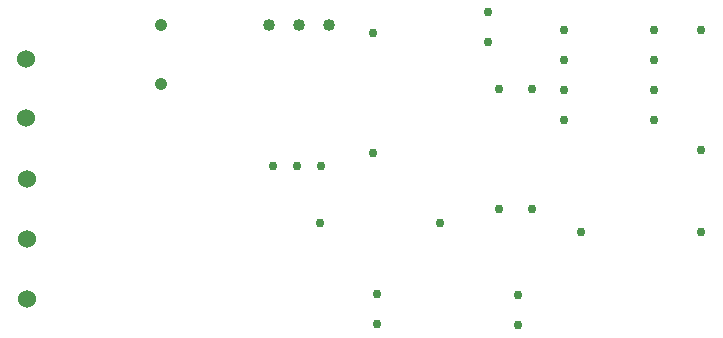
<source format=gbr>
G04 PROTEUS GERBER X2 FILE*
%TF.GenerationSoftware,Labcenter,Proteus,8.13-SP0-Build31525*%
%TF.CreationDate,2025-01-17T15:38:28+00:00*%
%TF.FileFunction,Plated,1,2,PTH*%
%TF.FilePolarity,Positive*%
%TF.Part,Single*%
%TF.SameCoordinates,{73f3b6ee-04d2-4b7e-bada-d99319bd8aaf}*%
%FSLAX45Y45*%
%MOMM*%
G01*
%TA.AperFunction,ComponentDrill*%
%ADD54C,0.762000*%
%TA.AperFunction,ComponentDrill*%
%ADD55C,1.016000*%
%TA.AperFunction,ComponentDrill*%
%ADD56C,1.524000*%
%ADD57C,1.050000*%
%TD.AperFunction*%
D54*
X+5280000Y+2790000D03*
X+5280000Y+2536000D03*
X+5280000Y+2282000D03*
X+5280000Y+2028000D03*
X+6042000Y+2028000D03*
X+6042000Y+2282000D03*
X+6042000Y+2536000D03*
X+6042000Y+2790000D03*
D55*
X+2786000Y+2830000D03*
X+3040000Y+2830000D03*
X+3294000Y+2830000D03*
D54*
X+4640000Y+2686000D03*
X+4640000Y+2940000D03*
D56*
X+730000Y+2039620D03*
X+730000Y+2540000D03*
X+740000Y+510000D03*
X+740000Y+1018000D03*
X+740000Y+1526000D03*
D54*
X+6440000Y+2790000D03*
X+6440000Y+1774000D03*
X+5430000Y+1080000D03*
X+6446000Y+1080000D03*
X+4230000Y+1150000D03*
X+3214000Y+1150000D03*
X+5010000Y+2290000D03*
X+5010000Y+1274000D03*
X+3670000Y+2760000D03*
X+3670000Y+1744000D03*
X+4890000Y+540000D03*
X+4890000Y+286000D03*
X+4730000Y+2290000D03*
X+4730000Y+1274000D03*
X+3700000Y+550000D03*
X+3700000Y+296000D03*
X+3223200Y+1640000D03*
X+3020000Y+1640000D03*
X+2816800Y+1640000D03*
D57*
X+1870000Y+2830000D03*
X+1870000Y+2330000D03*
M02*

</source>
